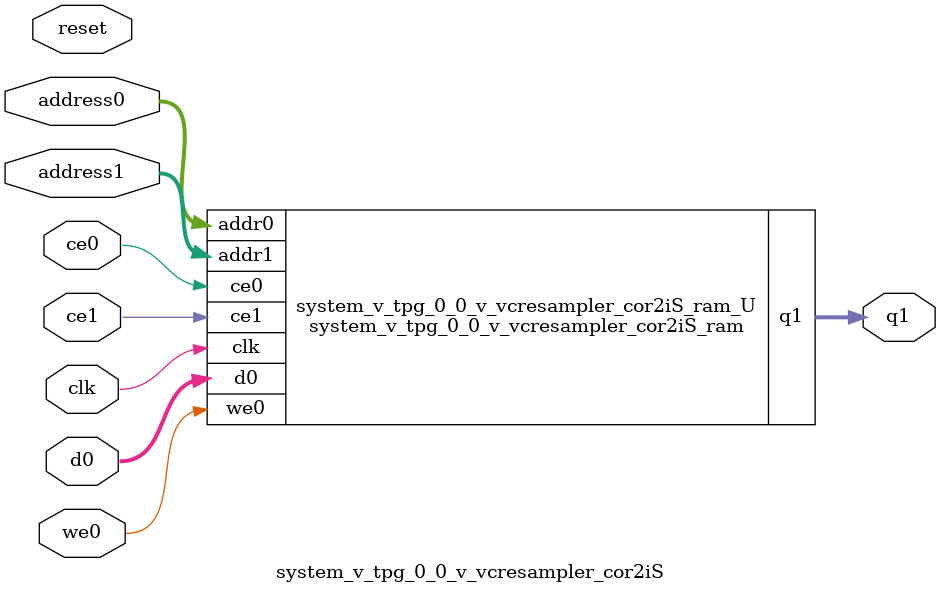
<source format=v>
`timescale 1 ns / 1 ps
module system_v_tpg_0_0_v_vcresampler_cor2iS_ram (addr0, ce0, d0, we0, addr1, ce1, q1,  clk);

parameter DWIDTH = 8;
parameter AWIDTH = 12;
parameter MEM_SIZE = 3840;

input[AWIDTH-1:0] addr0;
input ce0;
input[DWIDTH-1:0] d0;
input we0;
input[AWIDTH-1:0] addr1;
input ce1;
output reg[DWIDTH-1:0] q1;
input clk;

(* ram_style = "block" *)reg [DWIDTH-1:0] ram[0:MEM_SIZE-1];




always @(posedge clk)  
begin 
    if (ce0) begin
        if (we0) 
            ram[addr0] <= d0; 
    end
end


always @(posedge clk)  
begin 
    if (ce1) begin
        q1 <= ram[addr1];
    end
end


endmodule

`timescale 1 ns / 1 ps
module system_v_tpg_0_0_v_vcresampler_cor2iS(
    reset,
    clk,
    address0,
    ce0,
    we0,
    d0,
    address1,
    ce1,
    q1);

parameter DataWidth = 32'd8;
parameter AddressRange = 32'd3840;
parameter AddressWidth = 32'd12;
input reset;
input clk;
input[AddressWidth - 1:0] address0;
input ce0;
input we0;
input[DataWidth - 1:0] d0;
input[AddressWidth - 1:0] address1;
input ce1;
output[DataWidth - 1:0] q1;



system_v_tpg_0_0_v_vcresampler_cor2iS_ram system_v_tpg_0_0_v_vcresampler_cor2iS_ram_U(
    .clk( clk ),
    .addr0( address0 ),
    .ce0( ce0 ),
    .we0( we0 ),
    .d0( d0 ),
    .addr1( address1 ),
    .ce1( ce1 ),
    .q1( q1 ));

endmodule


</source>
